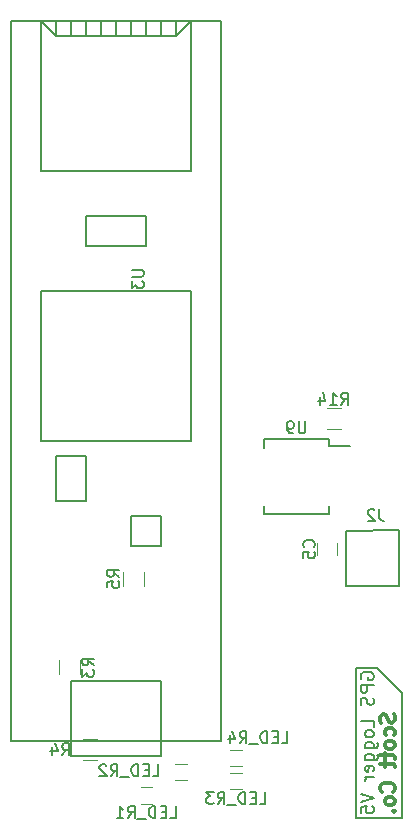
<source format=gbo>
G04 #@! TF.GenerationSoftware,KiCad,Pcbnew,(5.0.0)*
G04 #@! TF.CreationDate,2018-08-08T00:15:05-07:00*
G04 #@! TF.ProjectId,GPSLogger,4750534C6F676765722E6B696361645F,rev?*
G04 #@! TF.SameCoordinates,Original*
G04 #@! TF.FileFunction,Legend,Bot*
G04 #@! TF.FilePolarity,Positive*
%FSLAX46Y46*%
G04 Gerber Fmt 4.6, Leading zero omitted, Abs format (unit mm)*
G04 Created by KiCad (PCBNEW (5.0.0)) date 08/08/18 00:15:05*
%MOMM*%
%LPD*%
G01*
G04 APERTURE LIST*
%ADD10C,0.300000*%
%ADD11C,0.200000*%
%ADD12C,0.150000*%
%ADD13C,0.120000*%
G04 APERTURE END LIST*
D10*
X126573772Y-107229935D02*
X126633296Y-107408506D01*
X126633296Y-107706125D01*
X126573772Y-107825173D01*
X126514248Y-107884697D01*
X126395200Y-107944220D01*
X126276153Y-107944220D01*
X126157105Y-107884697D01*
X126097581Y-107825173D01*
X126038058Y-107706125D01*
X125978534Y-107468030D01*
X125919010Y-107348982D01*
X125859486Y-107289459D01*
X125740439Y-107229935D01*
X125621391Y-107229935D01*
X125502343Y-107289459D01*
X125442820Y-107348982D01*
X125383296Y-107468030D01*
X125383296Y-107765649D01*
X125442820Y-107944220D01*
X126573772Y-109015649D02*
X126633296Y-108896601D01*
X126633296Y-108658506D01*
X126573772Y-108539459D01*
X126514248Y-108479935D01*
X126395200Y-108420411D01*
X126038058Y-108420411D01*
X125919010Y-108479935D01*
X125859486Y-108539459D01*
X125799962Y-108658506D01*
X125799962Y-108896601D01*
X125859486Y-109015649D01*
X126633296Y-109729935D02*
X126573772Y-109610887D01*
X126514248Y-109551363D01*
X126395200Y-109491840D01*
X126038058Y-109491840D01*
X125919010Y-109551363D01*
X125859486Y-109610887D01*
X125799962Y-109729935D01*
X125799962Y-109908506D01*
X125859486Y-110027554D01*
X125919010Y-110087078D01*
X126038058Y-110146601D01*
X126395200Y-110146601D01*
X126514248Y-110087078D01*
X126573772Y-110027554D01*
X126633296Y-109908506D01*
X126633296Y-109729935D01*
X125799962Y-110503744D02*
X125799962Y-110979935D01*
X125383296Y-110682316D02*
X126454724Y-110682316D01*
X126573772Y-110741840D01*
X126633296Y-110860887D01*
X126633296Y-110979935D01*
X125799962Y-111218030D02*
X125799962Y-111694220D01*
X125383296Y-111396601D02*
X126454724Y-111396601D01*
X126573772Y-111456125D01*
X126633296Y-111575173D01*
X126633296Y-111694220D01*
X126514248Y-113777554D02*
X126573772Y-113718030D01*
X126633296Y-113539459D01*
X126633296Y-113420411D01*
X126573772Y-113241840D01*
X126454724Y-113122792D01*
X126335677Y-113063268D01*
X126097581Y-113003744D01*
X125919010Y-113003744D01*
X125680915Y-113063268D01*
X125561867Y-113122792D01*
X125442820Y-113241840D01*
X125383296Y-113420411D01*
X125383296Y-113539459D01*
X125442820Y-113718030D01*
X125502343Y-113777554D01*
X126633296Y-114491840D02*
X126573772Y-114372792D01*
X126514248Y-114313268D01*
X126395200Y-114253744D01*
X126038058Y-114253744D01*
X125919010Y-114313268D01*
X125859486Y-114372792D01*
X125799962Y-114491840D01*
X125799962Y-114670411D01*
X125859486Y-114789459D01*
X125919010Y-114848982D01*
X126038058Y-114908506D01*
X126395200Y-114908506D01*
X126514248Y-114848982D01*
X126573772Y-114789459D01*
X126633296Y-114670411D01*
X126633296Y-114491840D01*
X126514248Y-115444220D02*
X126573772Y-115503744D01*
X126633296Y-115444220D01*
X126573772Y-115384697D01*
X126514248Y-115444220D01*
X126633296Y-115444220D01*
D11*
X123785152Y-104244524D02*
X123732771Y-104139762D01*
X123732771Y-103982619D01*
X123785152Y-103825476D01*
X123889913Y-103720714D01*
X123994675Y-103668333D01*
X124204199Y-103615952D01*
X124361342Y-103615952D01*
X124570866Y-103668333D01*
X124675628Y-103720714D01*
X124780390Y-103825476D01*
X124832771Y-103982619D01*
X124832771Y-104087381D01*
X124780390Y-104244524D01*
X124728009Y-104296905D01*
X124361342Y-104296905D01*
X124361342Y-104087381D01*
X124832771Y-104768333D02*
X123732771Y-104768333D01*
X123732771Y-105187381D01*
X123785152Y-105292143D01*
X123837532Y-105344524D01*
X123942294Y-105396905D01*
X124099437Y-105396905D01*
X124204199Y-105344524D01*
X124256580Y-105292143D01*
X124308961Y-105187381D01*
X124308961Y-104768333D01*
X124780390Y-105815952D02*
X124832771Y-105973095D01*
X124832771Y-106235000D01*
X124780390Y-106339762D01*
X124728009Y-106392143D01*
X124623247Y-106444524D01*
X124518485Y-106444524D01*
X124413723Y-106392143D01*
X124361342Y-106339762D01*
X124308961Y-106235000D01*
X124256580Y-106025476D01*
X124204199Y-105920714D01*
X124151818Y-105868333D01*
X124047056Y-105815952D01*
X123942294Y-105815952D01*
X123837532Y-105868333D01*
X123785152Y-105920714D01*
X123732771Y-106025476D01*
X123732771Y-106287381D01*
X123785152Y-106444524D01*
X124832771Y-108277857D02*
X124832771Y-107754048D01*
X123732771Y-107754048D01*
X124832771Y-108801667D02*
X124780390Y-108696905D01*
X124728009Y-108644524D01*
X124623247Y-108592143D01*
X124308961Y-108592143D01*
X124204199Y-108644524D01*
X124151818Y-108696905D01*
X124099437Y-108801667D01*
X124099437Y-108958810D01*
X124151818Y-109063572D01*
X124204199Y-109115952D01*
X124308961Y-109168333D01*
X124623247Y-109168333D01*
X124728009Y-109115952D01*
X124780390Y-109063572D01*
X124832771Y-108958810D01*
X124832771Y-108801667D01*
X124099437Y-110111191D02*
X124989913Y-110111191D01*
X125094675Y-110058810D01*
X125147056Y-110006429D01*
X125199437Y-109901667D01*
X125199437Y-109744524D01*
X125147056Y-109639762D01*
X124780390Y-110111191D02*
X124832771Y-110006429D01*
X124832771Y-109796905D01*
X124780390Y-109692143D01*
X124728009Y-109639762D01*
X124623247Y-109587381D01*
X124308961Y-109587381D01*
X124204199Y-109639762D01*
X124151818Y-109692143D01*
X124099437Y-109796905D01*
X124099437Y-110006429D01*
X124151818Y-110111191D01*
X124099437Y-111106429D02*
X124989913Y-111106429D01*
X125094675Y-111054048D01*
X125147056Y-111001667D01*
X125199437Y-110896905D01*
X125199437Y-110739762D01*
X125147056Y-110635000D01*
X124780390Y-111106429D02*
X124832771Y-111001667D01*
X124832771Y-110792143D01*
X124780390Y-110687381D01*
X124728009Y-110635000D01*
X124623247Y-110582619D01*
X124308961Y-110582619D01*
X124204199Y-110635000D01*
X124151818Y-110687381D01*
X124099437Y-110792143D01*
X124099437Y-111001667D01*
X124151818Y-111106429D01*
X124780390Y-112049286D02*
X124832771Y-111944524D01*
X124832771Y-111735000D01*
X124780390Y-111630238D01*
X124675628Y-111577857D01*
X124256580Y-111577857D01*
X124151818Y-111630238D01*
X124099437Y-111735000D01*
X124099437Y-111944524D01*
X124151818Y-112049286D01*
X124256580Y-112101667D01*
X124361342Y-112101667D01*
X124466104Y-111577857D01*
X124832771Y-112573095D02*
X124099437Y-112573095D01*
X124308961Y-112573095D02*
X124204199Y-112625476D01*
X124151818Y-112677857D01*
X124099437Y-112782619D01*
X124099437Y-112887381D01*
X123732771Y-113935000D02*
X124832771Y-114301667D01*
X123732771Y-114668333D01*
X123732771Y-115558810D02*
X123732771Y-115035000D01*
X124256580Y-114982619D01*
X124204199Y-115035000D01*
X124151818Y-115139762D01*
X124151818Y-115401667D01*
X124204199Y-115506429D01*
X124256580Y-115558810D01*
X124361342Y-115611191D01*
X124623247Y-115611191D01*
X124728009Y-115558810D01*
X124780390Y-115506429D01*
X124832771Y-115401667D01*
X124832771Y-115139762D01*
X124780390Y-115035000D01*
X124728009Y-114982619D01*
X127245992Y-105440352D02*
X127245992Y-115991512D01*
X127263772Y-116009292D02*
X123369952Y-116009292D01*
X125114932Y-103309292D02*
X127245992Y-105440352D01*
X123369952Y-116009292D02*
X123369952Y-103309292D01*
X123369952Y-103309292D02*
X125114932Y-103309292D01*
D12*
G04 #@! TO.C,U3*
X106810000Y-92970000D02*
X104270000Y-92970000D01*
X104270000Y-92970000D02*
X104270000Y-90430000D01*
X104270000Y-90430000D02*
X106810000Y-90430000D01*
X106810000Y-90430000D02*
X106810000Y-92970000D01*
X97920000Y-85350000D02*
X97920000Y-89160000D01*
X97920000Y-89160000D02*
X100460000Y-89160000D01*
X100460000Y-89160000D02*
X100460000Y-85350000D01*
X100460000Y-85350000D02*
X97920000Y-85350000D01*
X96650000Y-71380000D02*
X109350000Y-71380000D01*
X109350000Y-84080000D02*
X96650000Y-84080000D01*
X96650000Y-84080000D02*
X96650000Y-71380000D01*
X109350000Y-84080000D02*
X109350000Y-71380000D01*
X97920000Y-49790000D02*
X97920000Y-48520000D01*
X99190000Y-49790000D02*
X99190000Y-48520000D01*
X100460000Y-49790000D02*
X100460000Y-48520000D01*
X101730000Y-49790000D02*
X101730000Y-48520000D01*
X103000000Y-49790000D02*
X103000000Y-48520000D01*
X104270000Y-49790000D02*
X104270000Y-48520000D01*
X105540000Y-49790000D02*
X105540000Y-48520000D01*
X106810000Y-49790000D02*
X106810000Y-48520000D01*
X108080000Y-49790000D02*
X108080000Y-48520000D01*
X96650000Y-48520000D02*
X97920000Y-49790000D01*
X97920000Y-49790000D02*
X108080000Y-49790000D01*
X108080000Y-49790000D02*
X109350000Y-48520000D01*
X109350000Y-48520000D02*
X109350000Y-61220000D01*
X109350000Y-61220000D02*
X96650000Y-61220000D01*
X96650000Y-61220000D02*
X96650000Y-48520000D01*
X111890000Y-48520000D02*
X111890000Y-109480000D01*
X94110000Y-109480000D02*
X94110000Y-48520000D01*
X99190000Y-109480000D02*
X99190000Y-110750000D01*
X99190000Y-110750000D02*
X106810000Y-110750000D01*
X106810000Y-110750000D02*
X106810000Y-109480000D01*
X99190000Y-104400000D02*
X106810000Y-104400000D01*
X106810000Y-104400000D02*
X106810000Y-109480000D01*
X99190000Y-104400000D02*
X99190000Y-109480000D01*
X105540000Y-65030000D02*
X100460000Y-65030000D01*
X100460000Y-65030000D02*
X100460000Y-67570000D01*
X100460000Y-67570000D02*
X105540000Y-67570000D01*
X105540000Y-67570000D02*
X105540000Y-65030000D01*
X111890000Y-48520000D02*
X94110000Y-48520000D01*
X94110000Y-109480000D02*
X111890000Y-109480000D01*
D13*
G04 #@! TO.C,LED_R1*
X106100000Y-113420000D02*
X105100000Y-113420000D01*
X105100000Y-114780000D02*
X106100000Y-114780000D01*
G04 #@! TO.C,C5*
X120054000Y-93734000D02*
X120054000Y-92734000D01*
X121754000Y-92734000D02*
X121754000Y-93734000D01*
G04 #@! TO.C,LED_R2*
X109000000Y-111420000D02*
X108000000Y-111420000D01*
X108000000Y-112780000D02*
X109000000Y-112780000D01*
G04 #@! TO.C,LED_R3*
X113700000Y-112220000D02*
X112700000Y-112220000D01*
X112700000Y-113580000D02*
X113700000Y-113580000D01*
G04 #@! TO.C,LED_R4*
X113700000Y-110220000D02*
X112700000Y-110220000D01*
X112700000Y-111580000D02*
X113700000Y-111580000D01*
G04 #@! TO.C,R3*
X98180000Y-102651000D02*
X98180000Y-103851000D01*
X99940000Y-103851000D02*
X99940000Y-102651000D01*
G04 #@! TO.C,R4*
X101450000Y-109320000D02*
X100250000Y-109320000D01*
X100250000Y-111080000D02*
X101450000Y-111080000D01*
G04 #@! TO.C,R5*
X105380000Y-96350000D02*
X105380000Y-95150000D01*
X103620000Y-95150000D02*
X103620000Y-96350000D01*
G04 #@! TO.C,R14*
X120850000Y-83080000D02*
X122050000Y-83080000D01*
X122050000Y-81320000D02*
X120850000Y-81320000D01*
D12*
G04 #@! TO.C,U9*
X121050000Y-83895000D02*
X121050000Y-84550000D01*
X115550000Y-83895000D02*
X115550000Y-84645000D01*
X115550000Y-90305000D02*
X115550000Y-89555000D01*
X121050000Y-90305000D02*
X121050000Y-89555000D01*
X121050000Y-83895000D02*
X115550000Y-83895000D01*
X121050000Y-90305000D02*
X115550000Y-90305000D01*
X121050000Y-84550000D02*
X122800000Y-84550000D01*
G04 #@! TO.C,J2*
X126994480Y-96400620D02*
X126994480Y-91680620D01*
X122494480Y-96400620D02*
X122494480Y-91680620D01*
X126994480Y-91650620D02*
X122494480Y-91680620D01*
X126994480Y-96400620D02*
X122494480Y-96400620D01*
G04 #@! TO.C,U3*
X104354380Y-69596095D02*
X105163904Y-69596095D01*
X105259142Y-69643714D01*
X105306761Y-69691333D01*
X105354380Y-69786571D01*
X105354380Y-69977047D01*
X105306761Y-70072285D01*
X105259142Y-70119904D01*
X105163904Y-70167523D01*
X104354380Y-70167523D01*
X104354380Y-70548476D02*
X104354380Y-71167523D01*
X104735333Y-70834190D01*
X104735333Y-70977047D01*
X104782952Y-71072285D01*
X104830571Y-71119904D01*
X104925809Y-71167523D01*
X105163904Y-71167523D01*
X105259142Y-71119904D01*
X105306761Y-71072285D01*
X105354380Y-70977047D01*
X105354380Y-70691333D01*
X105306761Y-70596095D01*
X105259142Y-70548476D01*
G04 #@! TO.C,LED_R1*
X107600000Y-116002380D02*
X108076190Y-116002380D01*
X108076190Y-115002380D01*
X107266666Y-115478571D02*
X106933333Y-115478571D01*
X106790476Y-116002380D02*
X107266666Y-116002380D01*
X107266666Y-115002380D01*
X106790476Y-115002380D01*
X106361904Y-116002380D02*
X106361904Y-115002380D01*
X106123809Y-115002380D01*
X105980952Y-115050000D01*
X105885714Y-115145238D01*
X105838095Y-115240476D01*
X105790476Y-115430952D01*
X105790476Y-115573809D01*
X105838095Y-115764285D01*
X105885714Y-115859523D01*
X105980952Y-115954761D01*
X106123809Y-116002380D01*
X106361904Y-116002380D01*
X105600000Y-116097619D02*
X104838095Y-116097619D01*
X104028571Y-116002380D02*
X104361904Y-115526190D01*
X104600000Y-116002380D02*
X104600000Y-115002380D01*
X104219047Y-115002380D01*
X104123809Y-115050000D01*
X104076190Y-115097619D01*
X104028571Y-115192857D01*
X104028571Y-115335714D01*
X104076190Y-115430952D01*
X104123809Y-115478571D01*
X104219047Y-115526190D01*
X104600000Y-115526190D01*
X103076190Y-116002380D02*
X103647619Y-116002380D01*
X103361904Y-116002380D02*
X103361904Y-115002380D01*
X103457142Y-115145238D01*
X103552380Y-115240476D01*
X103647619Y-115288095D01*
G04 #@! TO.C,C5*
X119761142Y-93067333D02*
X119808761Y-93019714D01*
X119856380Y-92876857D01*
X119856380Y-92781619D01*
X119808761Y-92638761D01*
X119713523Y-92543523D01*
X119618285Y-92495904D01*
X119427809Y-92448285D01*
X119284952Y-92448285D01*
X119094476Y-92495904D01*
X118999238Y-92543523D01*
X118904000Y-92638761D01*
X118856380Y-92781619D01*
X118856380Y-92876857D01*
X118904000Y-93019714D01*
X118951619Y-93067333D01*
X118856380Y-93972095D02*
X118856380Y-93495904D01*
X119332571Y-93448285D01*
X119284952Y-93495904D01*
X119237333Y-93591142D01*
X119237333Y-93829238D01*
X119284952Y-93924476D01*
X119332571Y-93972095D01*
X119427809Y-94019714D01*
X119665904Y-94019714D01*
X119761142Y-93972095D01*
X119808761Y-93924476D01*
X119856380Y-93829238D01*
X119856380Y-93591142D01*
X119808761Y-93495904D01*
X119761142Y-93448285D01*
G04 #@! TO.C,LED_R2*
X106140000Y-112466380D02*
X106616190Y-112466380D01*
X106616190Y-111466380D01*
X105806666Y-111942571D02*
X105473333Y-111942571D01*
X105330476Y-112466380D02*
X105806666Y-112466380D01*
X105806666Y-111466380D01*
X105330476Y-111466380D01*
X104901904Y-112466380D02*
X104901904Y-111466380D01*
X104663809Y-111466380D01*
X104520952Y-111514000D01*
X104425714Y-111609238D01*
X104378095Y-111704476D01*
X104330476Y-111894952D01*
X104330476Y-112037809D01*
X104378095Y-112228285D01*
X104425714Y-112323523D01*
X104520952Y-112418761D01*
X104663809Y-112466380D01*
X104901904Y-112466380D01*
X104140000Y-112561619D02*
X103378095Y-112561619D01*
X102568571Y-112466380D02*
X102901904Y-111990190D01*
X103140000Y-112466380D02*
X103140000Y-111466380D01*
X102759047Y-111466380D01*
X102663809Y-111514000D01*
X102616190Y-111561619D01*
X102568571Y-111656857D01*
X102568571Y-111799714D01*
X102616190Y-111894952D01*
X102663809Y-111942571D01*
X102759047Y-111990190D01*
X103140000Y-111990190D01*
X102187619Y-111561619D02*
X102140000Y-111514000D01*
X102044761Y-111466380D01*
X101806666Y-111466380D01*
X101711428Y-111514000D01*
X101663809Y-111561619D01*
X101616190Y-111656857D01*
X101616190Y-111752095D01*
X101663809Y-111894952D01*
X102235238Y-112466380D01*
X101616190Y-112466380D01*
G04 #@! TO.C,LED_R3*
X115200000Y-114802380D02*
X115676190Y-114802380D01*
X115676190Y-113802380D01*
X114866666Y-114278571D02*
X114533333Y-114278571D01*
X114390476Y-114802380D02*
X114866666Y-114802380D01*
X114866666Y-113802380D01*
X114390476Y-113802380D01*
X113961904Y-114802380D02*
X113961904Y-113802380D01*
X113723809Y-113802380D01*
X113580952Y-113850000D01*
X113485714Y-113945238D01*
X113438095Y-114040476D01*
X113390476Y-114230952D01*
X113390476Y-114373809D01*
X113438095Y-114564285D01*
X113485714Y-114659523D01*
X113580952Y-114754761D01*
X113723809Y-114802380D01*
X113961904Y-114802380D01*
X113200000Y-114897619D02*
X112438095Y-114897619D01*
X111628571Y-114802380D02*
X111961904Y-114326190D01*
X112200000Y-114802380D02*
X112200000Y-113802380D01*
X111819047Y-113802380D01*
X111723809Y-113850000D01*
X111676190Y-113897619D01*
X111628571Y-113992857D01*
X111628571Y-114135714D01*
X111676190Y-114230952D01*
X111723809Y-114278571D01*
X111819047Y-114326190D01*
X112200000Y-114326190D01*
X111295238Y-113802380D02*
X110676190Y-113802380D01*
X111009523Y-114183333D01*
X110866666Y-114183333D01*
X110771428Y-114230952D01*
X110723809Y-114278571D01*
X110676190Y-114373809D01*
X110676190Y-114611904D01*
X110723809Y-114707142D01*
X110771428Y-114754761D01*
X110866666Y-114802380D01*
X111152380Y-114802380D01*
X111247619Y-114754761D01*
X111295238Y-114707142D01*
G04 #@! TO.C,LED_R4*
X117062000Y-109672380D02*
X117538190Y-109672380D01*
X117538190Y-108672380D01*
X116728666Y-109148571D02*
X116395333Y-109148571D01*
X116252476Y-109672380D02*
X116728666Y-109672380D01*
X116728666Y-108672380D01*
X116252476Y-108672380D01*
X115823904Y-109672380D02*
X115823904Y-108672380D01*
X115585809Y-108672380D01*
X115442952Y-108720000D01*
X115347714Y-108815238D01*
X115300095Y-108910476D01*
X115252476Y-109100952D01*
X115252476Y-109243809D01*
X115300095Y-109434285D01*
X115347714Y-109529523D01*
X115442952Y-109624761D01*
X115585809Y-109672380D01*
X115823904Y-109672380D01*
X115062000Y-109767619D02*
X114300095Y-109767619D01*
X113490571Y-109672380D02*
X113823904Y-109196190D01*
X114062000Y-109672380D02*
X114062000Y-108672380D01*
X113681047Y-108672380D01*
X113585809Y-108720000D01*
X113538190Y-108767619D01*
X113490571Y-108862857D01*
X113490571Y-109005714D01*
X113538190Y-109100952D01*
X113585809Y-109148571D01*
X113681047Y-109196190D01*
X114062000Y-109196190D01*
X112633428Y-109005714D02*
X112633428Y-109672380D01*
X112871523Y-108624761D02*
X113109619Y-109339047D01*
X112490571Y-109339047D01*
G04 #@! TO.C,R3*
X101162380Y-103084333D02*
X100686190Y-102751000D01*
X101162380Y-102512904D02*
X100162380Y-102512904D01*
X100162380Y-102893857D01*
X100210000Y-102989095D01*
X100257619Y-103036714D01*
X100352857Y-103084333D01*
X100495714Y-103084333D01*
X100590952Y-103036714D01*
X100638571Y-102989095D01*
X100686190Y-102893857D01*
X100686190Y-102512904D01*
X100162380Y-103417666D02*
X100162380Y-104036714D01*
X100543333Y-103703380D01*
X100543333Y-103846238D01*
X100590952Y-103941476D01*
X100638571Y-103989095D01*
X100733809Y-104036714D01*
X100971904Y-104036714D01*
X101067142Y-103989095D01*
X101114761Y-103941476D01*
X101162380Y-103846238D01*
X101162380Y-103560523D01*
X101114761Y-103465285D01*
X101067142Y-103417666D01*
G04 #@! TO.C,R4*
X98464666Y-110688380D02*
X98798000Y-110212190D01*
X99036095Y-110688380D02*
X99036095Y-109688380D01*
X98655142Y-109688380D01*
X98559904Y-109736000D01*
X98512285Y-109783619D01*
X98464666Y-109878857D01*
X98464666Y-110021714D01*
X98512285Y-110116952D01*
X98559904Y-110164571D01*
X98655142Y-110212190D01*
X99036095Y-110212190D01*
X97607523Y-110021714D02*
X97607523Y-110688380D01*
X97845619Y-109640761D02*
X98083714Y-110355047D01*
X97464666Y-110355047D01*
G04 #@! TO.C,R5*
X103302380Y-95583333D02*
X102826190Y-95250000D01*
X103302380Y-95011904D02*
X102302380Y-95011904D01*
X102302380Y-95392857D01*
X102350000Y-95488095D01*
X102397619Y-95535714D01*
X102492857Y-95583333D01*
X102635714Y-95583333D01*
X102730952Y-95535714D01*
X102778571Y-95488095D01*
X102826190Y-95392857D01*
X102826190Y-95011904D01*
X102302380Y-96488095D02*
X102302380Y-96011904D01*
X102778571Y-95964285D01*
X102730952Y-96011904D01*
X102683333Y-96107142D01*
X102683333Y-96345238D01*
X102730952Y-96440476D01*
X102778571Y-96488095D01*
X102873809Y-96535714D01*
X103111904Y-96535714D01*
X103207142Y-96488095D01*
X103254761Y-96440476D01*
X103302380Y-96345238D01*
X103302380Y-96107142D01*
X103254761Y-96011904D01*
X103207142Y-95964285D01*
G04 #@! TO.C,R14*
X122092857Y-81002380D02*
X122426190Y-80526190D01*
X122664285Y-81002380D02*
X122664285Y-80002380D01*
X122283333Y-80002380D01*
X122188095Y-80050000D01*
X122140476Y-80097619D01*
X122092857Y-80192857D01*
X122092857Y-80335714D01*
X122140476Y-80430952D01*
X122188095Y-80478571D01*
X122283333Y-80526190D01*
X122664285Y-80526190D01*
X121140476Y-81002380D02*
X121711904Y-81002380D01*
X121426190Y-81002380D02*
X121426190Y-80002380D01*
X121521428Y-80145238D01*
X121616666Y-80240476D01*
X121711904Y-80288095D01*
X120283333Y-80335714D02*
X120283333Y-81002380D01*
X120521428Y-79954761D02*
X120759523Y-80669047D01*
X120140476Y-80669047D01*
G04 #@! TO.C,U9*
X119061904Y-82422380D02*
X119061904Y-83231904D01*
X119014285Y-83327142D01*
X118966666Y-83374761D01*
X118871428Y-83422380D01*
X118680952Y-83422380D01*
X118585714Y-83374761D01*
X118538095Y-83327142D01*
X118490476Y-83231904D01*
X118490476Y-82422380D01*
X117966666Y-83422380D02*
X117776190Y-83422380D01*
X117680952Y-83374761D01*
X117633333Y-83327142D01*
X117538095Y-83184285D01*
X117490476Y-82993809D01*
X117490476Y-82612857D01*
X117538095Y-82517619D01*
X117585714Y-82470000D01*
X117680952Y-82422380D01*
X117871428Y-82422380D01*
X117966666Y-82470000D01*
X118014285Y-82517619D01*
X118061904Y-82612857D01*
X118061904Y-82850952D01*
X118014285Y-82946190D01*
X117966666Y-82993809D01*
X117871428Y-83041428D01*
X117680952Y-83041428D01*
X117585714Y-82993809D01*
X117538095Y-82946190D01*
X117490476Y-82850952D01*
G04 #@! TO.C,J2*
X125327813Y-89853000D02*
X125327813Y-90567286D01*
X125375432Y-90710143D01*
X125470670Y-90805381D01*
X125613527Y-90853000D01*
X125708765Y-90853000D01*
X124899241Y-89948239D02*
X124851622Y-89900620D01*
X124756384Y-89853000D01*
X124518289Y-89853000D01*
X124423051Y-89900620D01*
X124375432Y-89948239D01*
X124327813Y-90043477D01*
X124327813Y-90138715D01*
X124375432Y-90281572D01*
X124946860Y-90853000D01*
X124327813Y-90853000D01*
G04 #@! TD*
M02*

</source>
